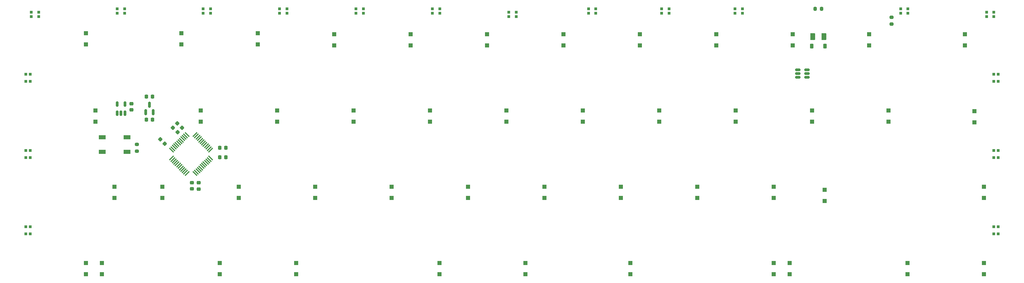
<source format=gbr>
%TF.GenerationSoftware,KiCad,Pcbnew,(7.0.0)*%
%TF.CreationDate,2024-05-15T17:01:43+02:00*%
%TF.ProjectId,forti usb port,666f7274-6920-4757-9362-20706f72742e,rev?*%
%TF.SameCoordinates,Original*%
%TF.FileFunction,Paste,Bot*%
%TF.FilePolarity,Positive*%
%FSLAX46Y46*%
G04 Gerber Fmt 4.6, Leading zero omitted, Abs format (unit mm)*
G04 Created by KiCad (PCBNEW (7.0.0)) date 2024-05-15 17:01:43*
%MOMM*%
%LPD*%
G01*
G04 APERTURE LIST*
G04 Aperture macros list*
%AMRoundRect*
0 Rectangle with rounded corners*
0 $1 Rounding radius*
0 $2 $3 $4 $5 $6 $7 $8 $9 X,Y pos of 4 corners*
0 Add a 4 corners polygon primitive as box body*
4,1,4,$2,$3,$4,$5,$6,$7,$8,$9,$2,$3,0*
0 Add four circle primitives for the rounded corners*
1,1,$1+$1,$2,$3*
1,1,$1+$1,$4,$5*
1,1,$1+$1,$6,$7*
1,1,$1+$1,$8,$9*
0 Add four rect primitives between the rounded corners*
20,1,$1+$1,$2,$3,$4,$5,0*
20,1,$1+$1,$4,$5,$6,$7,0*
20,1,$1+$1,$6,$7,$8,$9,0*
20,1,$1+$1,$8,$9,$2,$3,0*%
G04 Aperture macros list end*
%ADD10RoundRect,0.105000X-0.245000X0.245000X-0.245000X-0.245000X0.245000X-0.245000X0.245000X0.245000X0*%
%ADD11RoundRect,0.250000X0.300000X-0.300000X0.300000X0.300000X-0.300000X0.300000X-0.300000X-0.300000X0*%
%ADD12RoundRect,0.105000X0.245000X0.245000X-0.245000X0.245000X-0.245000X-0.245000X0.245000X-0.245000X0*%
%ADD13RoundRect,0.200000X-0.275000X0.200000X-0.275000X-0.200000X0.275000X-0.200000X0.275000X0.200000X0*%
%ADD14RoundRect,0.200000X0.200000X0.275000X-0.200000X0.275000X-0.200000X-0.275000X0.200000X-0.275000X0*%
%ADD15RoundRect,0.105000X0.245000X-0.245000X0.245000X0.245000X-0.245000X0.245000X-0.245000X-0.245000X0*%
%ADD16RoundRect,0.150000X0.150000X-0.512500X0.150000X0.512500X-0.150000X0.512500X-0.150000X-0.512500X0*%
%ADD17R,1.800000X1.100000*%
%ADD18RoundRect,0.225000X-0.250000X0.225000X-0.250000X-0.225000X0.250000X-0.225000X0.250000X0.225000X0*%
%ADD19RoundRect,0.225000X0.335876X0.017678X0.017678X0.335876X-0.335876X-0.017678X-0.017678X-0.335876X0*%
%ADD20RoundRect,0.225000X0.225000X0.375000X-0.225000X0.375000X-0.225000X-0.375000X0.225000X-0.375000X0*%
%ADD21RoundRect,0.225000X-0.225000X-0.250000X0.225000X-0.250000X0.225000X0.250000X-0.225000X0.250000X0*%
%ADD22RoundRect,0.070000X0.521491X-0.422496X-0.422496X0.521491X-0.521491X0.422496X0.422496X-0.521491X0*%
%ADD23RoundRect,0.070000X0.521491X0.422496X0.422496X0.521491X-0.521491X-0.422496X-0.422496X-0.521491X0*%
%ADD24RoundRect,0.150000X0.150000X-0.587500X0.150000X0.587500X-0.150000X0.587500X-0.150000X-0.587500X0*%
%ADD25RoundRect,0.150000X-0.512500X-0.150000X0.512500X-0.150000X0.512500X0.150000X-0.512500X0.150000X0*%
%ADD26RoundRect,0.225000X0.225000X0.250000X-0.225000X0.250000X-0.225000X-0.250000X0.225000X-0.250000X0*%
%ADD27RoundRect,0.200000X0.275000X-0.200000X0.275000X0.200000X-0.275000X0.200000X-0.275000X-0.200000X0*%
%ADD28RoundRect,0.225000X0.017678X-0.335876X0.335876X-0.017678X-0.017678X0.335876X-0.335876X0.017678X0*%
%ADD29RoundRect,0.225000X0.250000X-0.225000X0.250000X0.225000X-0.250000X0.225000X-0.250000X-0.225000X0*%
%ADD30RoundRect,0.250000X-0.375000X-0.625000X0.375000X-0.625000X0.375000X0.625000X-0.375000X0.625000X0*%
G04 APERTURE END LIST*
D10*
%TO.C,LED2*%
X28660000Y-68935000D03*
X29760000Y-68935000D03*
X29760000Y-70765000D03*
X28660000Y-70765000D03*
%TD*%
D11*
%TO.C,D29*%
X119856250Y-80775000D03*
X119856250Y-77975000D03*
%TD*%
%TO.C,D36*%
X267493750Y-80775000D03*
X267493750Y-77975000D03*
%TD*%
%TO.C,D13*%
X46037500Y-61725000D03*
X46037500Y-58925000D03*
%TD*%
D12*
%TO.C,LED10*%
X150933750Y-34375000D03*
X150933750Y-35475000D03*
X149103750Y-35475000D03*
X149103750Y-34375000D03*
%TD*%
D11*
%TO.C,D41*%
X131762500Y-99825000D03*
X131762500Y-97025000D03*
%TD*%
%TO.C,D20*%
X186531250Y-61725000D03*
X186531250Y-58925000D03*
%TD*%
%TO.C,D26*%
X62706250Y-80775000D03*
X62706250Y-77975000D03*
%TD*%
D13*
%TO.C,R1*%
X244475000Y-37337500D03*
X244475000Y-35687500D03*
%TD*%
D11*
%TO.C,D22*%
X224631250Y-61725000D03*
X224631250Y-58925000D03*
%TD*%
D12*
%TO.C,LED7*%
X93783750Y-33581250D03*
X93783750Y-34681250D03*
X91953750Y-34681250D03*
X91953750Y-33581250D03*
%TD*%
D11*
%TO.C,D32*%
X177006250Y-80775000D03*
X177006250Y-77975000D03*
%TD*%
D14*
%TO.C,R2*%
X225393750Y-33537500D03*
X227043750Y-33537500D03*
%TD*%
D12*
%TO.C,LED9*%
X131883750Y-33581250D03*
X131883750Y-34681250D03*
X130053750Y-34681250D03*
X130053750Y-33581250D03*
%TD*%
%TO.C,LED12*%
X189033750Y-33581250D03*
X189033750Y-34681250D03*
X187203750Y-34681250D03*
X187203750Y-33581250D03*
%TD*%
D11*
%TO.C,D15*%
X91281250Y-61725000D03*
X91281250Y-58925000D03*
%TD*%
%TO.C,D40*%
X96043750Y-99825000D03*
X96043750Y-97025000D03*
%TD*%
D12*
%TO.C,LED13*%
X207290000Y-33581250D03*
X207290000Y-34681250D03*
X205460000Y-34681250D03*
X205460000Y-33581250D03*
%TD*%
D11*
%TO.C,D31*%
X157956250Y-80775000D03*
X157956250Y-77975000D03*
%TD*%
%TO.C,D21*%
X205581250Y-61725000D03*
X205581250Y-58925000D03*
%TD*%
%TO.C,D4*%
X105568750Y-42675000D03*
X105568750Y-39875000D03*
%TD*%
%TO.C,D9*%
X200818750Y-42675000D03*
X200818750Y-39875000D03*
%TD*%
%TO.C,D34*%
X215106250Y-80775000D03*
X215106250Y-77975000D03*
%TD*%
%TO.C,D24*%
X265112500Y-61912500D03*
X265112500Y-59112500D03*
%TD*%
%TO.C,D27*%
X81756250Y-80775000D03*
X81756250Y-77975000D03*
%TD*%
D15*
%TO.C,LED17*%
X271060000Y-70765000D03*
X269960000Y-70765000D03*
X269960000Y-68935000D03*
X271060000Y-68935000D03*
%TD*%
D11*
%TO.C,D16*%
X110331250Y-61725000D03*
X110331250Y-58925000D03*
%TD*%
D12*
%TO.C,LED6*%
X74733750Y-33581250D03*
X74733750Y-34681250D03*
X72903750Y-34681250D03*
X72903750Y-33581250D03*
%TD*%
D11*
%TO.C,D3*%
X86518750Y-42487500D03*
X86518750Y-39687500D03*
%TD*%
D16*
%TO.C,U4*%
X53361566Y-59637816D03*
X52411566Y-59637816D03*
X51461566Y-59637816D03*
X51461566Y-57362816D03*
X53361566Y-57362816D03*
%TD*%
D11*
%TO.C,D42*%
X153193750Y-99825000D03*
X153193750Y-97025000D03*
%TD*%
%TO.C,D28*%
X100806250Y-80775000D03*
X100806250Y-77975000D03*
%TD*%
D17*
%TO.C,SW1*%
X53899999Y-65618749D03*
X47699999Y-65618749D03*
X53899999Y-69318749D03*
X47699999Y-69318749D03*
%TD*%
D11*
%TO.C,D10*%
X219868750Y-42675000D03*
X219868750Y-39875000D03*
%TD*%
D12*
%TO.C,LED5*%
X53302500Y-33581250D03*
X53302500Y-34681250D03*
X51472500Y-34681250D03*
X51472500Y-33581250D03*
%TD*%
D18*
%TO.C,C7*%
X70105094Y-77012500D03*
X70105094Y-78562500D03*
%TD*%
D19*
%TO.C,C4*%
X63254258Y-67223008D03*
X62158242Y-66126992D03*
%TD*%
D20*
%TO.C,D_PWR1*%
X227868750Y-42862500D03*
X224568750Y-42862500D03*
%TD*%
D11*
%TO.C,D38*%
X47625000Y-99825000D03*
X47625000Y-97025000D03*
%TD*%
D10*
%TO.C,LED3*%
X28660000Y-49885000D03*
X29760000Y-49885000D03*
X29760000Y-51715000D03*
X28660000Y-51715000D03*
%TD*%
D11*
%TO.C,D44*%
X215106250Y-99825000D03*
X215106250Y-97025000D03*
%TD*%
%TO.C,D2*%
X67468750Y-42487500D03*
X67468750Y-39687500D03*
%TD*%
D21*
%TO.C,C8*%
X77012500Y-70643750D03*
X78562500Y-70643750D03*
%TD*%
D11*
%TO.C,D23*%
X243681250Y-61725000D03*
X243681250Y-58925000D03*
%TD*%
%TO.C,D1*%
X43656250Y-42487500D03*
X43656250Y-39687500D03*
%TD*%
%TO.C,D39*%
X76993750Y-99825000D03*
X76993750Y-97025000D03*
%TD*%
%TO.C,D30*%
X138906250Y-80775000D03*
X138906250Y-77975000D03*
%TD*%
D12*
%TO.C,LED14*%
X248565000Y-33581250D03*
X248565000Y-34681250D03*
X246735000Y-34681250D03*
X246735000Y-33581250D03*
%TD*%
D15*
%TO.C,LED18*%
X271060000Y-89815000D03*
X269960000Y-89815000D03*
X269960000Y-87985000D03*
X271060000Y-87985000D03*
%TD*%
D22*
%TO.C,U2*%
X74737876Y-70848788D03*
X74384322Y-71202342D03*
X74030769Y-71555895D03*
X73677215Y-71909449D03*
X73323662Y-72263002D03*
X72970109Y-72616555D03*
X72616555Y-72970109D03*
X72263002Y-73323662D03*
X71909449Y-73677215D03*
X71555895Y-74030769D03*
X71202342Y-74384322D03*
X70848788Y-74737876D03*
D23*
X68851212Y-74737876D03*
X68497658Y-74384322D03*
X68144105Y-74030769D03*
X67790551Y-73677215D03*
X67436998Y-73323662D03*
X67083445Y-72970109D03*
X66729891Y-72616555D03*
X66376338Y-72263002D03*
X66022785Y-71909449D03*
X65669231Y-71555895D03*
X65315678Y-71202342D03*
X64962124Y-70848788D03*
D22*
X64962124Y-68851212D03*
X65315678Y-68497658D03*
X65669231Y-68144105D03*
X66022785Y-67790551D03*
X66376338Y-67436998D03*
X66729891Y-67083445D03*
X67083445Y-66729891D03*
X67436998Y-66376338D03*
X67790551Y-66022785D03*
X68144105Y-65669231D03*
X68497658Y-65315678D03*
X68851212Y-64962124D03*
D23*
X70848788Y-64962124D03*
X71202342Y-65315678D03*
X71555895Y-65669231D03*
X71909449Y-66022785D03*
X72263002Y-66376338D03*
X72616555Y-66729891D03*
X72970109Y-67083445D03*
X73323662Y-67436998D03*
X73677215Y-67790551D03*
X74030769Y-68144105D03*
X74384322Y-68497658D03*
X74737876Y-68851212D03*
%TD*%
D15*
%TO.C,LED16*%
X271060000Y-51715000D03*
X269960000Y-51715000D03*
X269960000Y-49885000D03*
X271060000Y-49885000D03*
%TD*%
D11*
%TO.C,D8*%
X181768750Y-42675000D03*
X181768750Y-39875000D03*
%TD*%
D24*
%TO.C,U3*%
X60440000Y-59357500D03*
X58540000Y-59357500D03*
X59490000Y-57482500D03*
%TD*%
D11*
%TO.C,D11*%
X238918750Y-42675000D03*
X238918750Y-39875000D03*
%TD*%
%TO.C,D25*%
X50800000Y-80775000D03*
X50800000Y-77975000D03*
%TD*%
D12*
%TO.C,LED15*%
X269996250Y-34375000D03*
X269996250Y-35475000D03*
X268166250Y-35475000D03*
X268166250Y-34375000D03*
%TD*%
%TO.C,LED4*%
X31871250Y-34375000D03*
X31871250Y-35475000D03*
X30041250Y-35475000D03*
X30041250Y-34375000D03*
%TD*%
D11*
%TO.C,D35*%
X227806250Y-81568750D03*
X227806250Y-78768750D03*
%TD*%
%TO.C,D12*%
X262731250Y-42675000D03*
X262731250Y-39875000D03*
%TD*%
%TO.C,D6*%
X143668750Y-42675000D03*
X143668750Y-39875000D03*
%TD*%
D25*
%TO.C,U1*%
X221118613Y-50692270D03*
X221118613Y-49742270D03*
X221118613Y-48792270D03*
X223393613Y-48792270D03*
X223393613Y-49742270D03*
X223393613Y-50692270D03*
%TD*%
D11*
%TO.C,D17*%
X129381250Y-61725000D03*
X129381250Y-58925000D03*
%TD*%
%TO.C,D7*%
X162718750Y-42675000D03*
X162718750Y-39875000D03*
%TD*%
D12*
%TO.C,LED8*%
X112833750Y-33581250D03*
X112833750Y-34681250D03*
X111003750Y-34681250D03*
X111003750Y-33581250D03*
%TD*%
D26*
%TO.C,C2*%
X60265808Y-61249873D03*
X58715808Y-61249873D03*
%TD*%
D11*
%TO.C,D5*%
X124618750Y-42675000D03*
X124618750Y-39875000D03*
%TD*%
%TO.C,D18*%
X148431250Y-61725000D03*
X148431250Y-58925000D03*
%TD*%
D27*
%TO.C,R3*%
X56356250Y-69087500D03*
X56356250Y-67437500D03*
%TD*%
D11*
%TO.C,D45*%
X219075000Y-99825000D03*
X219075000Y-97025000D03*
%TD*%
D28*
%TO.C,C5*%
X66494471Y-64398395D03*
X67590487Y-63302379D03*
%TD*%
D11*
%TO.C,D14*%
X72231250Y-61725000D03*
X72231250Y-58925000D03*
%TD*%
D29*
%TO.C,C10*%
X55024896Y-58799878D03*
X55024896Y-57249878D03*
%TD*%
D30*
%TO.C,F1*%
X224818750Y-40481250D03*
X227618750Y-40481250D03*
%TD*%
D11*
%TO.C,D47*%
X267493750Y-99825000D03*
X267493750Y-97025000D03*
%TD*%
D12*
%TO.C,LED11*%
X170777500Y-33581250D03*
X170777500Y-34681250D03*
X168947500Y-34681250D03*
X168947500Y-33581250D03*
%TD*%
D10*
%TO.C,LED1*%
X28660000Y-87985000D03*
X29760000Y-87985000D03*
X29760000Y-89815000D03*
X28660000Y-89815000D03*
%TD*%
D18*
%TO.C,C9*%
X71737281Y-77025116D03*
X71737281Y-78575116D03*
%TD*%
D11*
%TO.C,D46*%
X248443750Y-99825000D03*
X248443750Y-97025000D03*
%TD*%
%TO.C,D33*%
X196056250Y-80775000D03*
X196056250Y-77975000D03*
%TD*%
%TO.C,D43*%
X179387500Y-99825000D03*
X179387500Y-97025000D03*
%TD*%
%TO.C,D19*%
X167481250Y-61725000D03*
X167481250Y-58925000D03*
%TD*%
%TO.C,D37*%
X43656250Y-99825000D03*
X43656250Y-97025000D03*
%TD*%
D26*
%TO.C,C1*%
X60265000Y-55457500D03*
X58715000Y-55457500D03*
%TD*%
D21*
%TO.C,C6*%
X77012500Y-68281250D03*
X78562500Y-68281250D03*
%TD*%
D28*
%TO.C,C3*%
X65336300Y-63265551D03*
X66432316Y-62169535D03*
%TD*%
M02*

</source>
